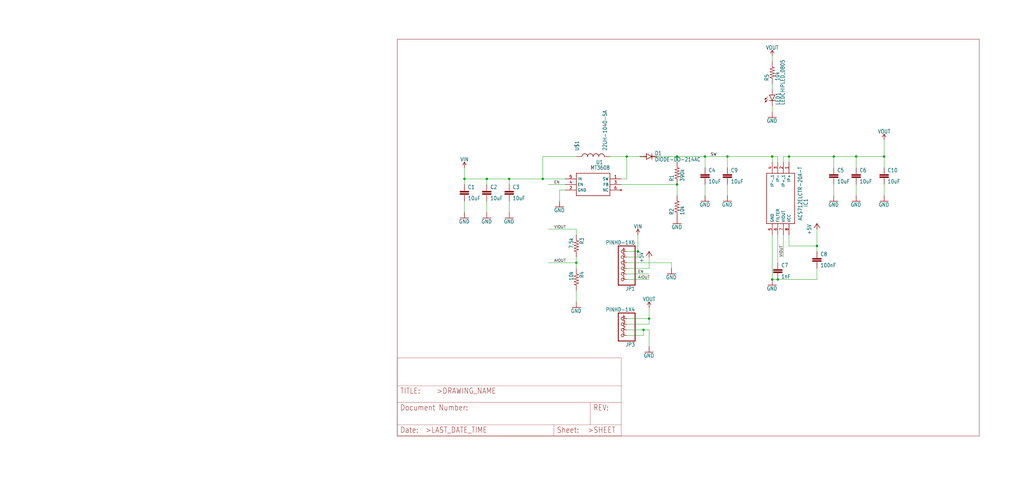
<source format=kicad_sch>
(kicad_sch (version 20211123) (generator eeschema)
  (paper "User" 464.82 218.491)
  (lib_symbols
    (symbol "boost module-eagle-import:+5V" (power)
      (property "Value" "+5V" (at -2.54 -5.08 90))
      (symbol "+5V_1_0"
        (polyline (pts (xy 0 0) (xy -1.27 -1.905)) (stroke (width 0.254)))
        (polyline (pts (xy 1.27 -1.905) (xy 0 0)) (stroke (width 0.254)))
        (pin power_in line (at 0 -2.54 90) (length 2.54) (name "+5V") (number "1"))
      )
    )
    (symbol "boost module-eagle-import:22UH-1040-5A"
      (property "Value" "22UH-1040-5A" (at 2.54 -6.35 0))
      (symbol "22UH-1040-5A_1_0"
        (arc (start 0 -5.08) (mid 0.898 -4.708) (end 1.27 -3.81) (stroke (width 0.254)))
        (arc (start 0 -2.54) (mid 0.898 -2.168) (end 1.27 -1.27) (stroke (width 0.254)))
        (arc (start 0 0) (mid 0.898 0.372) (end 1.27 1.27) (stroke (width 0.254)))
        (arc (start 0 2.54) (mid 0.898 2.912) (end 1.27 3.81) (stroke (width 0.254)))
        (arc (start 1.27 -3.81) (mid 0.898 -2.912) (end 0 -2.54) (stroke (width 0.254)))
        (arc (start 1.27 -1.27) (mid 0.898 -0.372) (end 0 0) (stroke (width 0.254)))
        (arc (start 1.27 1.27) (mid 0.898 2.168) (end 0 2.54) (stroke (width 0.254)))
        (arc (start 1.27 3.81) (mid 0.898 4.708) (end 0 5.08) (stroke (width 0.254)))
        (pin passive line (at 0 7.62 270) (length 2.54) (name "1") (number "P$1"))
        (pin passive line (at 0 -7.62 90) (length 2.54) (name "2") (number "P$2"))
      )
    )
    (symbol "boost module-eagle-import:ACS712ELCTR-20A-T"
      (property "Reference" "IC" (at 13.97 10.16 0))
      (property "Value" "ACS712ELCTR-20A-T" (at 13.97 7.62 0))
      (symbol "ACS712ELCTR-20A-T_1_0"
        (polyline (pts (xy -10.16 5.08) (xy -10.16 -7.62)) (stroke (width 0.254)))
        (polyline (pts (xy -10.16 5.08) (xy 12.7 5.08)) (stroke (width 0.254)))
        (polyline (pts (xy 12.7 -7.62) (xy -10.16 -7.62)) (stroke (width 0.254)))
        (polyline (pts (xy 12.7 -7.62) (xy 12.7 5.08)) (stroke (width 0.254)))
        (pin bidirectional line (at -15.24 2.54 0) (length 5.08) (name "IP+") (number "1"))
        (pin bidirectional line (at -15.24 0 0) (length 5.08) (name "IP+_1") (number "2"))
        (pin bidirectional line (at -15.24 -2.54 0) (length 5.08) (name "IP-") (number "3"))
        (pin bidirectional line (at -15.24 -5.08 0) (length 5.08) (name "IP-_1") (number "4"))
        (pin power_in line (at 17.78 -5.08 180) (length 5.08) (name "GND") (number "5"))
        (pin bidirectional line (at 17.78 -2.54 180) (length 5.08) (name "FILTER") (number "6"))
        (pin bidirectional line (at 17.78 0 180) (length 5.08) (name "VIOUT") (number "7"))
        (pin power_in line (at 17.78 2.54 180) (length 5.08) (name "VCC") (number "8"))
      )
    )
    (symbol "boost module-eagle-import:C-EUC0603"
      (property "Reference" "C" (at 1.524 0.381 0))
      (property "Value" "C-EUC0603" (at 1.524 -4.699 0))
      (symbol "C-EUC0603_1_0"
        (rectangle (start -2.032 -2.032) (end 2.032 -1.524) (fill (type outline)))
        (rectangle (start -2.032 -1.016) (end 2.032 -0.508) (fill (type outline)))
        (polyline (pts (xy 0 -2.54) (xy 0 -2.032)) (stroke (width 0.1524)))
        (polyline (pts (xy 0 0) (xy 0 -0.508)) (stroke (width 0.1524)))
        (pin passive line (at 0 2.54 270) (length 2.54) (name "1") (number "1"))
        (pin passive line (at 0 -5.08 90) (length 2.54) (name "2") (number "2"))
      )
    )
    (symbol "boost module-eagle-import:C-EUC1206"
      (property "Reference" "C" (at 1.524 0.381 0))
      (property "Value" "C-EUC1206" (at 1.524 -4.699 0))
      (symbol "C-EUC1206_1_0"
        (rectangle (start -2.032 -2.032) (end 2.032 -1.524) (fill (type outline)))
        (rectangle (start -2.032 -1.016) (end 2.032 -0.508) (fill (type outline)))
        (polyline (pts (xy 0 -2.54) (xy 0 -2.032)) (stroke (width 0.1524)))
        (polyline (pts (xy 0 0) (xy 0 -0.508)) (stroke (width 0.1524)))
        (pin passive line (at 0 2.54 270) (length 2.54) (name "1") (number "1"))
        (pin passive line (at 0 -5.08 90) (length 2.54) (name "2") (number "2"))
      )
    )
    (symbol "boost module-eagle-import:DINA4_L"
      (symbol "DINA4_L_0_0"
        (polyline (pts (xy 0 0) (xy 264.16 0) (xy 264.16 180.34) (xy 0 180.34) (xy 0 0)))
      )
      (symbol "DINA4_L_2_0"
        (polyline (pts (xy 0 0) (xy 0 5.08)) (stroke (width 0.1016)))
        (polyline (pts (xy 0 0) (xy 71.12 0)) (stroke (width 0.1016)))
        (polyline (pts (xy 0 5.08) (xy 0 15.24)) (stroke (width 0.1016)))
        (polyline (pts (xy 0 5.08) (xy 71.12 5.08)) (stroke (width 0.1016)))
        (polyline (pts (xy 0 15.24) (xy 0 22.86)) (stroke (width 0.1016)))
        (polyline (pts (xy 0 22.86) (xy 0 35.56)) (stroke (width 0.1016)))
        (polyline (pts (xy 0 22.86) (xy 101.6 22.86)) (stroke (width 0.1016)))
        (polyline (pts (xy 71.12 0) (xy 101.6 0)) (stroke (width 0.1016)))
        (polyline (pts (xy 71.12 5.08) (xy 71.12 0)) (stroke (width 0.1016)))
        (polyline (pts (xy 71.12 5.08) (xy 87.63 5.08)) (stroke (width 0.1016)))
        (polyline (pts (xy 87.63 5.08) (xy 101.6 5.08)) (stroke (width 0.1016)))
        (polyline (pts (xy 87.63 15.24) (xy 0 15.24)) (stroke (width 0.1016)))
        (polyline (pts (xy 87.63 15.24) (xy 87.63 5.08)) (stroke (width 0.1016)))
        (polyline (pts (xy 101.6 5.08) (xy 101.6 0)) (stroke (width 0.1016)))
        (polyline (pts (xy 101.6 15.24) (xy 87.63 15.24)) (stroke (width 0.1016)))
        (polyline (pts (xy 101.6 15.24) (xy 101.6 5.08)) (stroke (width 0.1016)))
        (polyline (pts (xy 101.6 22.86) (xy 101.6 15.24)) (stroke (width 0.1016)))
        (polyline (pts (xy 101.6 35.56) (xy 0 35.56)) (stroke (width 0.1016)))
        (polyline (pts (xy 101.6 35.56) (xy 101.6 22.86)) (stroke (width 0.1016)))
        (text ">DRAWING_NAME" (at 17.78 19.05 0) (effects (font (size 2.54 2.159)) (justify left bottom)))
        (text ">LAST_DATE_TIME" (at 12.7 1.27 0) (effects (font (size 2.54 2.159)) (justify left bottom)))
        (text ">SHEET" (at 86.36 1.27 0) (effects (font (size 2.54 2.159)) (justify left bottom)))
        (text "Date:" (at 1.27 1.27 0) (effects (font (size 2.54 2.159)) (justify left bottom)))
        (text "Document Number:" (at 1.27 11.43 0) (effects (font (size 2.54 2.159)) (justify left bottom)))
        (text "REV:" (at 88.9 11.43 0) (effects (font (size 2.54 2.159)) (justify left bottom)))
        (text "Sheet:" (at 72.39 1.27 0) (effects (font (size 2.54 2.159)) (justify left bottom)))
        (text "TITLE:" (at 1.27 19.05 0) (effects (font (size 2.54 2.159)) (justify left bottom)))
      )
    )
    (symbol "boost module-eagle-import:DIODE-DO-214AC"
      (property "Reference" "D" (at 2.54 0.4826 0))
      (property "Value" "DIODE-DO-214AC" (at 2.54 -2.3114 0))
      (symbol "DIODE-DO-214AC_1_0"
        (polyline (pts (xy -1.27 -1.27) (xy 1.27 0)) (stroke (width 0.254)))
        (polyline (pts (xy -1.27 0) (xy -2.54 0)) (stroke (width 0.254)))
        (polyline (pts (xy -1.27 0) (xy -1.27 -1.27)) (stroke (width 0.254)))
        (polyline (pts (xy -1.27 1.27) (xy -1.27 0)) (stroke (width 0.254)))
        (polyline (pts (xy 1.27 0) (xy -1.27 1.27)) (stroke (width 0.254)))
        (polyline (pts (xy 1.27 0) (xy 1.27 -1.27)) (stroke (width 0.254)))
        (polyline (pts (xy 1.27 1.27) (xy 1.27 0)) (stroke (width 0.254)))
        (polyline (pts (xy 2.54 0) (xy 1.27 0)) (stroke (width 0.254)))
        (text "SpiceOrder 1" (at -2.54 0 0) (effects (font (size 0.4064 0.3454))))
        (text "SpiceOrder 2" (at 2.54 0 0) (effects (font (size 0.4064 0.3454))))
        (pin passive line (at -2.54 0 0) (length 0) (name "A") (number "A"))
        (pin passive line (at 2.54 0 180) (length 0) (name "C") (number "C"))
      )
    )
    (symbol "boost module-eagle-import:GND" (power)
      (property "Value" "GND" (at -2.54 -2.54 0))
      (symbol "GND_1_0"
        (polyline (pts (xy -1.905 0) (xy 1.905 0)) (stroke (width 0.254)))
        (pin power_in line (at 0 2.54 270) (length 2.54) (name "GND") (number "1"))
      )
    )
    (symbol "boost module-eagle-import:LEDCHIPLED_0805"
      (property "Reference" "LED" (at 3.556 -4.572 90))
      (property "Value" "LEDCHIPLED_0805" (at 5.715 -4.572 90))
      (symbol "LEDCHIPLED_0805_1_0"
        (polyline (pts (xy -2.032 -0.762) (xy -3.429 -2.159)) (stroke (width 0.1524)))
        (polyline (pts (xy -1.905 -1.905) (xy -3.302 -3.302)) (stroke (width 0.1524)))
        (polyline (pts (xy 0 -2.54) (xy -1.27 -2.54)) (stroke (width 0.254)))
        (polyline (pts (xy 0 -2.54) (xy -1.27 0)) (stroke (width 0.254)))
        (polyline (pts (xy 0 0) (xy -1.27 0)) (stroke (width 0.254)))
        (polyline (pts (xy 1.27 -2.54) (xy 0 -2.54)) (stroke (width 0.254)))
        (polyline (pts (xy 1.27 0) (xy 0 -2.54)) (stroke (width 0.254)))
        (polyline (pts (xy 1.27 0) (xy 0 0)) (stroke (width 0.254)))
        (polyline (pts (xy -3.429 -2.159) (xy -3.048 -1.27) (xy -2.54 -1.778)) (fill (type outline)))
        (polyline (pts (xy -3.302 -3.302) (xy -2.921 -2.413) (xy -2.413 -2.921)) (fill (type outline)))
        (pin passive line (at 0 2.54 270) (length 2.54) (name "A") (number "A"))
        (pin passive line (at 0 -5.08 90) (length 2.54) (name "C") (number "C"))
      )
    )
    (symbol "boost module-eagle-import:MT3608"
      (property "Reference" "U" (at 8.89 10.16 0))
      (property "Value" "MT3608" (at 8.89 7.62 0))
      (symbol "MT3608_1_0"
        (polyline (pts (xy -7.62 5.08) (xy -7.62 -5.08)) (stroke (width 0.254)))
        (polyline (pts (xy -7.62 5.08) (xy 7.62 5.08)) (stroke (width 0.254)))
        (polyline (pts (xy 7.62 -5.08) (xy -7.62 -5.08)) (stroke (width 0.254)))
        (polyline (pts (xy 7.62 -5.08) (xy 7.62 5.08)) (stroke (width 0.254)))
        (pin bidirectional line (at 12.7 2.54 180) (length 5.08) (name "SW") (number "1"))
        (pin bidirectional line (at -12.7 -2.54 0) (length 5.08) (name "GND") (number "2"))
        (pin bidirectional line (at 12.7 0 180) (length 5.08) (name "FB") (number "3"))
        (pin bidirectional line (at -12.7 0 0) (length 5.08) (name "EN") (number "4"))
        (pin bidirectional line (at -12.7 2.54 0) (length 5.08) (name "IN") (number "5"))
        (pin no_connect line (at 12.7 -2.54 180) (length 5.08) (name "NC") (number "6"))
      )
    )
    (symbol "boost module-eagle-import:PINHD-1X4"
      (property "Reference" "JP" (at -6.35 8.255 0))
      (property "Value" "PINHD-1X4" (at -6.35 -7.62 0))
      (symbol "PINHD-1X4_1_0"
        (polyline (pts (xy -6.35 -5.08) (xy 1.27 -5.08)) (stroke (width 0.4064)))
        (polyline (pts (xy -6.35 7.62) (xy -6.35 -5.08)) (stroke (width 0.4064)))
        (polyline (pts (xy 1.27 -5.08) (xy 1.27 7.62)) (stroke (width 0.4064)))
        (polyline (pts (xy 1.27 7.62) (xy -6.35 7.62)) (stroke (width 0.4064)))
        (pin passive inverted (at -2.54 5.08 0) (length 2.54) (name "1") (number "1"))
        (pin passive inverted (at -2.54 2.54 0) (length 2.54) (name "2") (number "2"))
        (pin passive inverted (at -2.54 0 0) (length 2.54) (name "3") (number "3"))
        (pin passive inverted (at -2.54 -2.54 0) (length 2.54) (name "4") (number "4"))
      )
    )
    (symbol "boost module-eagle-import:PINHD-1X6"
      (property "Reference" "JP" (at -6.35 10.795 0))
      (property "Value" "PINHD-1X6" (at -6.35 -10.16 0))
      (symbol "PINHD-1X6_1_0"
        (polyline (pts (xy -6.35 -7.62) (xy 1.27 -7.62)) (stroke (width 0.4064)))
        (polyline (pts (xy -6.35 10.16) (xy -6.35 -7.62)) (stroke (width 0.4064)))
        (polyline (pts (xy 1.27 -7.62) (xy 1.27 10.16)) (stroke (width 0.4064)))
        (polyline (pts (xy 1.27 10.16) (xy -6.35 10.16)) (stroke (width 0.4064)))
        (pin passive inverted (at -2.54 7.62 0) (length 2.54) (name "1") (number "1"))
        (pin passive inverted (at -2.54 5.08 0) (length 2.54) (name "2") (number "2"))
        (pin passive inverted (at -2.54 2.54 0) (length 2.54) (name "3") (number "3"))
        (pin passive inverted (at -2.54 0 0) (length 2.54) (name "4") (number "4"))
        (pin passive inverted (at -2.54 -2.54 0) (length 2.54) (name "5") (number "5"))
        (pin passive inverted (at -2.54 -5.08 0) (length 2.54) (name "6") (number "6"))
      )
    )
    (symbol "boost module-eagle-import:R-US_R0603"
      (property "Reference" "R" (at -3.81 1.4986 0))
      (property "Value" "R-US_R0603" (at -3.81 -3.302 0))
      (symbol "R-US_R0603_1_0"
        (polyline (pts (xy -2.54 0) (xy -2.159 1.016)) (stroke (width 0.2032)))
        (polyline (pts (xy -2.159 1.016) (xy -1.524 -1.016)) (stroke (width 0.2032)))
        (polyline (pts (xy -1.524 -1.016) (xy -0.889 1.016)) (stroke (width 0.2032)))
        (polyline (pts (xy -0.889 1.016) (xy -0.254 -1.016)) (stroke (width 0.2032)))
        (polyline (pts (xy -0.254 -1.016) (xy 0.381 1.016)) (stroke (width 0.2032)))
        (polyline (pts (xy 0.381 1.016) (xy 1.016 -1.016)) (stroke (width 0.2032)))
        (polyline (pts (xy 1.016 -1.016) (xy 1.651 1.016)) (stroke (width 0.2032)))
        (polyline (pts (xy 1.651 1.016) (xy 2.286 -1.016)) (stroke (width 0.2032)))
        (polyline (pts (xy 2.286 -1.016) (xy 2.54 0)) (stroke (width 0.2032)))
        (pin passive line (at -5.08 0 0) (length 2.54) (name "1") (number "1"))
        (pin passive line (at 5.08 0 180) (length 2.54) (name "2") (number "2"))
      )
    )
    (symbol "boost module-eagle-import:VIN" (power)
      (property "Value" "VIN" (at 0 2.794 0))
      (symbol "VIN_1_0"
        (polyline (pts (xy 0 2.54) (xy -0.762 1.27)) (stroke (width 0.254)))
        (polyline (pts (xy 0.762 1.27) (xy 0 2.54)) (stroke (width 0.254)))
        (pin power_in line (at 0 0 90) (length 2.54) (name "VIN") (number "1"))
      )
    )
    (symbol "boost module-eagle-import:VOUT" (power)
      (property "Value" "VOUT" (at 0 2.794 0))
      (symbol "VOUT_1_0"
        (polyline (pts (xy 0 2.54) (xy -0.762 1.27)) (stroke (width 0.254)))
        (polyline (pts (xy 0.762 1.27) (xy 0 2.54)) (stroke (width 0.254)))
        (pin power_in line (at 0 0 90) (length 2.54) (name "VOUT") (number "1"))
      )
    )
  )
  (junction (at 231.14 81.28))
  (junction (at 307.34 83.82))
  (junction (at 388.62 71.12))
  (junction (at 378.46 71.12))
  (junction (at 401.32 71.12))
  (junction (at 292.1 149.86))
  (junction (at 210.82 81.28))
  (junction (at 246.38 81.28))
  (junction (at 353.06 127))
  (junction (at 307.34 71.12))
  (junction (at 358.14 71.12))
  (junction (at 261.62 119.38))
  (junction (at 284.48 71.12))
  (junction (at 289.56 114.3))
  (junction (at 320.04 71.12))
  (junction (at 350.52 71.12))
  (junction (at 330.2 71.12))
  (junction (at 370.84 111.76))
  (junction (at 294.64 144.78))
  (junction (at 220.98 81.28))
  (junction (at 350.52 127))
  (wire (pts (xy 284.48 127) (xy 294.64 127)))
  (wire (pts (xy 370.84 114.3) (xy 370.84 111.76)))
  (wire (pts (xy 284.48 114.3) (xy 289.56 114.3)))
  (wire (pts (xy 281.94 83.82) (xy 307.34 83.82)))
  (wire (pts (xy 294.64 149.86) (xy 294.64 157.48)))
  (wire (pts (xy 355.6 73.66) (xy 355.6 71.12)))
  (wire (pts (xy 210.82 83.82) (xy 210.82 81.28)))
  (wire (pts (xy 378.46 71.12) (xy 388.62 71.12)))
  (wire (pts (xy 210.82 96.52) (xy 210.82 91.44)))
  (wire (pts (xy 330.2 76.2) (xy 330.2 71.12)))
  (wire (pts (xy 261.62 116.84) (xy 261.62 119.38)))
  (wire (pts (xy 401.32 76.2) (xy 401.32 71.12)))
  (wire (pts (xy 284.48 144.78) (xy 294.64 144.78)))
  (wire (pts (xy 284.48 124.46) (xy 294.64 124.46)))
  (wire (pts (xy 358.14 71.12) (xy 378.46 71.12)))
  (wire (pts (xy 388.62 88.9) (xy 388.62 83.82)))
  (wire (pts (xy 246.38 81.28) (xy 231.14 81.28)))
  (wire (pts (xy 289.56 114.3) (xy 289.56 106.68)))
  (wire (pts (xy 355.6 71.12) (xy 358.14 71.12)))
  (wire (pts (xy 307.34 71.12) (xy 320.04 71.12)))
  (wire (pts (xy 261.62 119.38) (xy 248.92 119.38)))
  (wire (pts (xy 330.2 88.9) (xy 330.2 83.82)))
  (wire (pts (xy 330.2 71.12) (xy 350.52 71.12)))
  (wire (pts (xy 261.62 104.14) (xy 248.92 104.14)))
  (wire (pts (xy 246.38 81.28) (xy 246.38 71.12)))
  (wire (pts (xy 289.56 116.84) (xy 289.56 114.3)))
  (wire (pts (xy 284.48 81.28) (xy 284.48 71.12)))
  (wire (pts (xy 320.04 88.9) (xy 320.04 83.82)))
  (wire (pts (xy 401.32 88.9) (xy 401.32 83.82)))
  (wire (pts (xy 320.04 71.12) (xy 330.2 71.12)))
  (wire (pts (xy 307.34 73.66) (xy 307.34 71.12)))
  (wire (pts (xy 307.34 83.82) (xy 307.34 88.9)))
  (wire (pts (xy 350.52 106.68) (xy 350.52 127)))
  (wire (pts (xy 304.8 119.38) (xy 304.8 121.92)))
  (wire (pts (xy 284.48 152.4) (xy 292.1 152.4)))
  (wire (pts (xy 370.84 127) (xy 353.06 127)))
  (wire (pts (xy 370.84 121.92) (xy 370.84 127)))
  (wire (pts (xy 210.82 81.28) (xy 210.82 76.2)))
  (wire (pts (xy 220.98 81.28) (xy 210.82 81.28)))
  (wire (pts (xy 350.52 71.12) (xy 353.06 71.12)))
  (wire (pts (xy 350.52 40.64) (xy 350.52 38.1)))
  (wire (pts (xy 350.52 50.8) (xy 350.52 48.26)))
  (wire (pts (xy 350.52 73.66) (xy 350.52 71.12)))
  (wire (pts (xy 220.98 83.82) (xy 220.98 81.28)))
  (wire (pts (xy 401.32 63.5) (xy 401.32 71.12)))
  (wire (pts (xy 294.64 121.92) (xy 294.64 116.84)))
  (wire (pts (xy 388.62 71.12) (xy 401.32 71.12)))
  (wire (pts (xy 353.06 71.12) (xy 353.06 73.66)))
  (wire (pts (xy 388.62 76.2) (xy 388.62 71.12)))
  (wire (pts (xy 231.14 96.52) (xy 231.14 91.44)))
  (wire (pts (xy 256.54 83.82) (xy 248.92 83.82)))
  (wire (pts (xy 378.46 88.9) (xy 378.46 83.82)))
  (wire (pts (xy 284.48 116.84) (xy 289.56 116.84)))
  (wire (pts (xy 284.48 121.92) (xy 294.64 121.92)))
  (wire (pts (xy 284.48 149.86) (xy 292.1 149.86)))
  (wire (pts (xy 378.46 76.2) (xy 378.46 71.12)))
  (wire (pts (xy 284.48 147.32) (xy 294.64 147.32)))
  (wire (pts (xy 355.6 106.68) (xy 355.6 116.84)))
  (wire (pts (xy 358.14 111.76) (xy 370.84 111.76)))
  (wire (pts (xy 261.62 119.38) (xy 261.62 121.92)))
  (wire (pts (xy 292.1 149.86) (xy 294.64 149.86)))
  (wire (pts (xy 261.62 106.68) (xy 261.62 104.14)))
  (wire (pts (xy 320.04 76.2) (xy 320.04 71.12)))
  (wire (pts (xy 358.14 73.66) (xy 358.14 71.12)))
  (wire (pts (xy 294.64 144.78) (xy 294.64 139.7)))
  (wire (pts (xy 231.14 83.82) (xy 231.14 81.28)))
  (wire (pts (xy 292.1 152.4) (xy 292.1 149.86)))
  (wire (pts (xy 254 86.36) (xy 254 91.44)))
  (wire (pts (xy 246.38 71.12) (xy 261.62 71.12)))
  (wire (pts (xy 350.52 25.4) (xy 350.52 27.94)))
  (wire (pts (xy 256.54 86.36) (xy 254 86.36)))
  (wire (pts (xy 220.98 96.52) (xy 220.98 91.44)))
  (wire (pts (xy 370.84 111.76) (xy 370.84 104.14)))
  (wire (pts (xy 261.62 137.16) (xy 261.62 132.08)))
  (wire (pts (xy 353.06 119.38) (xy 353.06 106.68)))
  (wire (pts (xy 256.54 81.28) (xy 246.38 81.28)))
  (wire (pts (xy 231.14 81.28) (xy 220.98 81.28)))
  (wire (pts (xy 281.94 81.28) (xy 284.48 81.28)))
  (wire (pts (xy 284.48 71.12) (xy 292.1 71.12)))
  (wire (pts (xy 294.64 147.32) (xy 294.64 144.78)))
  (wire (pts (xy 297.18 71.12) (xy 307.34 71.12)))
  (wire (pts (xy 284.48 119.38) (xy 304.8 119.38)))
  (wire (pts (xy 353.06 127) (xy 350.52 127)))
  (wire (pts (xy 358.14 106.68) (xy 358.14 111.76)))
  (wire (pts (xy 276.86 71.12) (xy 284.48 71.12)))
  (label "AIOUT" (at 251.46 119.38 0) (effects (font (size 1.2446 1.2446))))
  (label "SW" (at 322.58 71.12 0) (effects (font (size 1.2446 1.2446))))
  (label "VIOUT" (at 251.46 104.14 0) (effects (font (size 1.2446 1.2446))))
  (label "EN" (at 289.56 124.46 0) (effects (font (size 1.2446 1.2446))))
  (label "VIOUT" (at 355.6 116.84 90) (effects (font (size 1.2446 1.2446))))
  (label "AIOUT" (at 289.56 127 0) (effects (font (size 1.2446 1.2446))))
  (label "EN" (at 251.46 83.82 0) (effects (font (size 1.2446 1.2446))))
  (symbol (lib_id "boost module-eagle-import:+5V") (at 370.84 101.6 0) (unit 1)
    (property "Reference" "#P+1" (effects hide))
    (property "Value" "+5V" (at 368.3 106.68 90) (effects (font (size 1.778 1.5113)) (justify left bottom)))
    (property "Footprint" "boost module:" (effects hide))
  )
  (symbol (lib_id "boost module-eagle-import:GND") (at 307.34 101.6 0) (unit 1)
    (property "Reference" "#GND2" (effects hide))
    (property "Value" "GND" (at 304.8 104.14 0) (effects (font (size 1.778 1.5113)) (justify left bottom)))
    (property "Footprint" "boost module:" (effects hide))
  )
  (symbol (lib_id "boost module-eagle-import:GND") (at 220.98 99.06 0) (unit 1)
    (property "Reference" "#GND4" (effects hide))
    (property "Value" "GND" (at 218.44 101.6 0) (effects (font (size 1.778 1.5113)) (justify left bottom)))
    (property "Footprint" "boost module:" (effects hide))
  )
  (symbol (lib_id "boost module-eagle-import:C-EUC1206") (at 401.32 78.74 0) (unit 1)
    (property "Reference" "C10" (at 402.844 78.359 0) (effects (font (size 1.778 1.5113)) (justify left bottom)))
    (property "Value" "10uF" (at 402.844 83.439 0) (effects (font (size 1.778 1.5113)) (justify left bottom)))
    (property "Footprint" "boost module:C1206" (effects hide))
  )
  (symbol (lib_id "boost module-eagle-import:GND") (at 401.32 91.44 0) (unit 1)
    (property "Reference" "#GND14" (effects hide))
    (property "Value" "GND" (at 398.78 93.98 0) (effects (font (size 1.778 1.5113)) (justify left bottom)))
    (property "Footprint" "boost module:" (effects hide))
  )
  (symbol (lib_id "boost module-eagle-import:C-EUC0603") (at 370.84 116.84 0) (unit 1)
    (property "Reference" "C8" (at 372.364 116.459 0) (effects (font (size 1.778 1.5113)) (justify left bottom)))
    (property "Value" "100nF" (at 372.364 121.539 0) (effects (font (size 1.778 1.5113)) (justify left bottom)))
    (property "Footprint" "boost module:C0603" (effects hide))
  )
  (symbol (lib_id "boost module-eagle-import:R-US_R0603") (at 307.34 78.74 90) (unit 1)
    (property "Reference" "R1" (at 305.8414 82.55 0) (effects (font (size 1.778 1.5113)) (justify left bottom)))
    (property "Value" "390k" (at 310.642 82.55 0) (effects (font (size 1.778 1.5113)) (justify left bottom)))
    (property "Footprint" "boost module:R0603" (effects hide))
  )
  (symbol (lib_id "boost module-eagle-import:C-EUC1206") (at 210.82 86.36 0) (unit 1)
    (property "Reference" "C1" (at 212.344 85.979 0) (effects (font (size 1.778 1.5113)) (justify left bottom)))
    (property "Value" "10uF" (at 212.344 91.059 0) (effects (font (size 1.778 1.5113)) (justify left bottom)))
    (property "Footprint" "boost module:C1206" (effects hide))
  )
  (symbol (lib_id "boost module-eagle-import:GND") (at 210.82 99.06 0) (unit 1)
    (property "Reference" "#GND3" (effects hide))
    (property "Value" "GND" (at 208.28 101.6 0) (effects (font (size 1.778 1.5113)) (justify left bottom)))
    (property "Footprint" "boost module:" (effects hide))
  )
  (symbol (lib_id "boost module-eagle-import:VOUT") (at 401.32 63.5 0) (unit 1)
    (property "Reference" "#SUPPLY2" (effects hide))
    (property "Value" "VOUT" (at 401.32 60.706 0) (effects (font (size 1.778 1.5113)) (justify bottom)))
    (property "Footprint" "boost module:" (effects hide))
  )
  (symbol (lib_id "boost module-eagle-import:GND") (at 388.62 91.44 0) (unit 1)
    (property "Reference" "#GND8" (effects hide))
    (property "Value" "GND" (at 386.08 93.98 0) (effects (font (size 1.778 1.5113)) (justify left bottom)))
    (property "Footprint" "boost module:" (effects hide))
  )
  (symbol (lib_id "boost module-eagle-import:C-EUC0603") (at 353.06 121.92 0) (unit 1)
    (property "Reference" "C7" (at 354.584 121.539 0) (effects (font (size 1.778 1.5113)) (justify left bottom)))
    (property "Value" "1nF" (at 354.584 126.619 0) (effects (font (size 1.778 1.5113)) (justify left bottom)))
    (property "Footprint" "boost module:C0603" (effects hide))
  )
  (symbol (lib_id "boost module-eagle-import:MT3608") (at 269.24 83.82 0) (unit 1)
    (property "Reference" "U1" (at 270.51 73.66 0) (effects (font (size 1.778 1.5113)) (justify left)))
    (property "Value" "MT3608" (at 267.97 76.2 0) (effects (font (size 1.778 1.5113)) (justify left)))
    (property "Footprint" "boost module:SOT95P280X145-6N" (effects hide))
  )
  (symbol (lib_id "boost module-eagle-import:VIN") (at 289.56 106.68 0) (unit 1)
    (property "Reference" "#SUPPLY3" (effects hide))
    (property "Value" "VIN" (at 289.56 103.886 0) (effects (font (size 1.778 1.5113)) (justify bottom)))
    (property "Footprint" "boost module:" (effects hide))
  )
  (symbol (lib_id "boost module-eagle-import:C-EUC1206") (at 378.46 78.74 0) (unit 1)
    (property "Reference" "C5" (at 379.984 78.359 0) (effects (font (size 1.778 1.5113)) (justify left bottom)))
    (property "Value" "10uF" (at 379.984 83.439 0) (effects (font (size 1.778 1.5113)) (justify left bottom)))
    (property "Footprint" "boost module:C1206" (effects hide))
  )
  (symbol (lib_id "boost module-eagle-import:C-EUC1206") (at 388.62 78.74 0) (unit 1)
    (property "Reference" "C6" (at 390.144 78.359 0) (effects (font (size 1.778 1.5113)) (justify left bottom)))
    (property "Value" "10uF" (at 390.144 83.439 0) (effects (font (size 1.778 1.5113)) (justify left bottom)))
    (property "Footprint" "boost module:C1206" (effects hide))
  )
  (symbol (lib_id "boost module-eagle-import:PINHD-1X6") (at 281.94 119.38 180) (unit 1)
    (property "Reference" "JP1" (at 288.29 130.175 0) (effects (font (size 1.778 1.5113)) (justify left bottom)))
    (property "Value" "PINHD-1X6" (at 288.29 109.22 0) (effects (font (size 1.778 1.5113)) (justify left bottom)))
    (property "Footprint" "boost module:1X06" (effects hide))
  )
  (symbol (lib_id "boost module-eagle-import:VOUT") (at 350.52 25.4 0) (unit 1)
    (property "Reference" "#SUPPLY5" (effects hide))
    (property "Value" "VOUT" (at 350.52 22.606 0) (effects (font (size 1.778 1.5113)) (justify bottom)))
    (property "Footprint" "boost module:" (effects hide))
  )
  (symbol (lib_id "boost module-eagle-import:GND") (at 304.8 124.46 0) (unit 1)
    (property "Reference" "#GND10" (effects hide))
    (property "Value" "GND" (at 302.26 127 0) (effects (font (size 1.778 1.5113)) (justify left bottom)))
    (property "Footprint" "boost module:" (effects hide))
  )
  (symbol (lib_id "boost module-eagle-import:R-US_R0603") (at 261.62 111.76 270) (unit 1)
    (property "Reference" "R3" (at 263.1186 107.95 0) (effects (font (size 1.778 1.5113)) (justify left bottom)))
    (property "Value" "7.5k" (at 258.318 107.95 0) (effects (font (size 1.778 1.5113)) (justify left bottom)))
    (property "Footprint" "boost module:R0603" (effects hide))
  )
  (symbol (lib_id "boost module-eagle-import:+5V") (at 294.64 114.3 0) (unit 1)
    (property "Reference" "#P+2" (effects hide))
    (property "Value" "+5V" (at 292.1 119.38 90) (effects (font (size 1.778 1.5113)) (justify left bottom)))
    (property "Footprint" "boost module:" (effects hide))
  )
  (symbol (lib_id "boost module-eagle-import:ACS712ELCTR-20A-T") (at 355.6 88.9 270) (unit 1)
    (property "Reference" "IC1" (at 365.76 90.17 0) (effects (font (size 1.778 1.5113)) (justify left)))
    (property "Value" "ACS712ELCTR-20A-T" (at 363.22 100.33 0) (effects (font (size 1.778 1.5113)) (justify right)))
    (property "Footprint" "boost module:SOIC127P600X175-8N" (effects hide))
  )
  (symbol (lib_id "boost module-eagle-import:DINA4_L") (at 180.34 198.12 0) (unit 2)
    (property "Reference" "#FRAME1" (effects hide))
    (property "Value" "DINA4_L" (effects hide))
    (property "Footprint" "boost module:" (effects hide))
  )
  (symbol (lib_id "boost module-eagle-import:GND") (at 294.64 160.02 0) (unit 1)
    (property "Reference" "#GND11" (effects hide))
    (property "Value" "GND" (at 292.1 162.56 0) (effects (font (size 1.778 1.5113)) (justify left bottom)))
    (property "Footprint" "boost module:" (effects hide))
  )
  (symbol (lib_id "boost module-eagle-import:GND") (at 261.62 139.7 0) (unit 1)
    (property "Reference" "#GND12" (effects hide))
    (property "Value" "GND" (at 259.08 142.24 0) (effects (font (size 1.778 1.5113)) (justify left bottom)))
    (property "Footprint" "boost module:" (effects hide))
  )
  (symbol (lib_id "boost module-eagle-import:R-US_R0603") (at 350.52 33.02 90) (unit 1)
    (property "Reference" "R5" (at 349.0214 36.83 0) (effects (font (size 1.778 1.5113)) (justify left bottom)))
    (property "Value" "10k" (at 353.822 36.83 0) (effects (font (size 1.778 1.5113)) (justify left bottom)))
    (property "Footprint" "boost module:R0603" (effects hide))
  )
  (symbol (lib_id "boost module-eagle-import:R-US_R0603") (at 307.34 93.98 90) (unit 1)
    (property "Reference" "R2" (at 305.8414 97.79 0) (effects (font (size 1.778 1.5113)) (justify left bottom)))
    (property "Value" "10k" (at 310.642 97.79 0) (effects (font (size 1.778 1.5113)) (justify left bottom)))
    (property "Footprint" "boost module:R0603" (effects hide))
  )
  (symbol (lib_id "boost module-eagle-import:GND") (at 350.52 129.54 0) (unit 1)
    (property "Reference" "#GND9" (effects hide))
    (property "Value" "GND" (at 347.98 132.08 0) (effects (font (size 1.778 1.5113)) (justify left bottom)))
    (property "Footprint" "boost module:" (effects hide))
  )
  (symbol (lib_id "boost module-eagle-import:GND") (at 231.14 99.06 0) (unit 1)
    (property "Reference" "#GND5" (effects hide))
    (property "Value" "GND" (at 228.6 101.6 0) (effects (font (size 1.778 1.5113)) (justify left bottom)))
    (property "Footprint" "boost module:" (effects hide))
  )
  (symbol (lib_id "boost module-eagle-import:GND") (at 330.2 91.44 0) (unit 1)
    (property "Reference" "#GND13" (effects hide))
    (property "Value" "GND" (at 327.66 93.98 0) (effects (font (size 1.778 1.5113)) (justify left bottom)))
    (property "Footprint" "boost module:" (effects hide))
  )
  (symbol (lib_id "boost module-eagle-import:C-EUC1206") (at 330.2 78.74 0) (unit 1)
    (property "Reference" "C9" (at 331.724 78.359 0) (effects (font (size 1.778 1.5113)) (justify left bottom)))
    (property "Value" "10uF" (at 331.724 83.439 0) (effects (font (size 1.778 1.5113)) (justify left bottom)))
    (property "Footprint" "boost module:C1206" (effects hide))
  )
  (symbol (lib_id "boost module-eagle-import:DIODE-DO-214AC") (at 294.64 71.12 0) (unit 1)
    (property "Reference" "D1" (at 297.18 70.6374 0) (effects (font (size 1.778 1.5113)) (justify left bottom)))
    (property "Value" "DIODE-DO-214AC" (at 297.18 73.4314 0) (effects (font (size 1.778 1.5113)) (justify left bottom)))
    (property "Footprint" "boost module:DO-214AC" (effects hide))
  )
  (symbol (lib_id "boost module-eagle-import:C-EUC1206") (at 220.98 86.36 0) (unit 1)
    (property "Reference" "C2" (at 222.504 85.979 0) (effects (font (size 1.778 1.5113)) (justify left bottom)))
    (property "Value" "10uF" (at 222.504 91.059 0) (effects (font (size 1.778 1.5113)) (justify left bottom)))
    (property "Footprint" "boost module:C1206" (effects hide))
  )
  (symbol (lib_id "boost module-eagle-import:C-EUC1206") (at 231.14 86.36 0) (unit 1)
    (property "Reference" "C3" (at 232.664 85.979 0) (effects (font (size 1.778 1.5113)) (justify left bottom)))
    (property "Value" "10uF" (at 232.664 91.059 0) (effects (font (size 1.778 1.5113)) (justify left bottom)))
    (property "Footprint" "boost module:C1206" (effects hide))
  )
  (symbol (lib_id "boost module-eagle-import:GND") (at 378.46 91.44 0) (unit 1)
    (property "Reference" "#GND7" (effects hide))
    (property "Value" "GND" (at 375.92 93.98 0) (effects (font (size 1.778 1.5113)) (justify left bottom)))
    (property "Footprint" "boost module:" (effects hide))
  )
  (symbol (lib_id "boost module-eagle-import:GND") (at 350.52 53.34 0) (unit 1)
    (property "Reference" "#GND15" (effects hide))
    (property "Value" "GND" (at 347.98 55.88 0) (effects (font (size 1.778 1.5113)) (justify left bottom)))
    (property "Footprint" "boost module:" (effects hide))
  )
  (symbol (lib_id "boost module-eagle-import:LEDCHIPLED_0805") (at 350.52 43.18 0) (unit 1)
    (property "Reference" "LED1" (at 354.076 47.752 90) (effects (font (size 1.778 1.5113)) (justify left bottom)))
    (property "Value" "LEDCHIPLED_0805" (at 356.235 47.752 90) (effects (font (size 1.778 1.5113)) (justify left bottom)))
    (property "Footprint" "boost module:CHIPLED_0805" (effects hide))
  )
  (symbol (lib_id "boost module-eagle-import:C-EUC1206") (at 320.04 78.74 0) (unit 1)
    (property "Reference" "C4" (at 321.564 78.359 0) (effects (font (size 1.778 1.5113)) (justify left bottom)))
    (property "Value" "10uF" (at 321.564 83.439 0) (effects (font (size 1.778 1.5113)) (justify left bottom)))
    (property "Footprint" "boost module:C1206" (effects hide))
  )
  (symbol (lib_id "boost module-eagle-import:VOUT") (at 294.64 139.7 0) (unit 1)
    (property "Reference" "#SUPPLY4" (effects hide))
    (property "Value" "VOUT" (at 294.64 136.906 0) (effects (font (size 1.778 1.5113)) (justify bottom)))
    (property "Footprint" "boost module:" (effects hide))
  )
  (symbol (lib_id "boost module-eagle-import:GND") (at 254 93.98 0) (unit 1)
    (property "Reference" "#GND1" (effects hide))
    (property "Value" "GND" (at 251.46 96.52 0) (effects (font (size 1.778 1.5113)) (justify left bottom)))
    (property "Footprint" "boost module:" (effects hide))
  )
  (symbol (lib_id "boost module-eagle-import:VIN") (at 210.82 76.2 0) (unit 1)
    (property "Reference" "#SUPPLY1" (effects hide))
    (property "Value" "VIN" (at 210.82 73.406 0) (effects (font (size 1.778 1.5113)) (justify bottom)))
    (property "Footprint" "boost module:" (effects hide))
  )
  (symbol (lib_id "boost module-eagle-import:R-US_R0603") (at 261.62 127 270) (unit 1)
    (property "Reference" "R4" (at 263.1186 123.19 0) (effects (font (size 1.778 1.5113)) (justify left bottom)))
    (property "Value" "10k" (at 258.318 123.19 0) (effects (font (size 1.778 1.5113)) (justify left bottom)))
    (property "Footprint" "boost module:R0603" (effects hide))
  )
  (symbol (lib_id "boost module-eagle-import:PINHD-1X4") (at 281.94 147.32 180) (unit 1)
    (property "Reference" "JP3" (at 288.29 155.575 0) (effects (font (size 1.778 1.5113)) (justify left bottom)))
    (property "Value" "PINHD-1X4" (at 288.29 139.7 0) (effects (font (size 1.778 1.5113)) (justify left bottom)))
    (property "Footprint" "boost module:1X04" (effects hide))
  )
  (symbol (lib_id "boost module-eagle-import:22UH-1040-5A") (at 269.24 71.12 90) (unit 1)
    (property "Reference" "U$1" (at 262.89 68.58 0) (effects (font (size 1.778 1.5113)) (justify left bottom)))
    (property "Value" "22UH-1040-5A" (at 275.59 68.58 0) (effects (font (size 1.778 1.5113)) (justify left bottom)))
    (property "Footprint" "boost module:22UH-1040-5A" (effects hide))
  )
  (symbol (lib_id "boost module-eagle-import:GND") (at 320.04 91.44 0) (unit 1)
    (property "Reference" "#GND6" (effects hide))
    (property "Value" "GND" (at 317.5 93.98 0) (effects (font (size 1.778 1.5113)) (justify left bottom)))
    (property "Footprint" "boost module:" (effects hide))
  )
)
</source>
